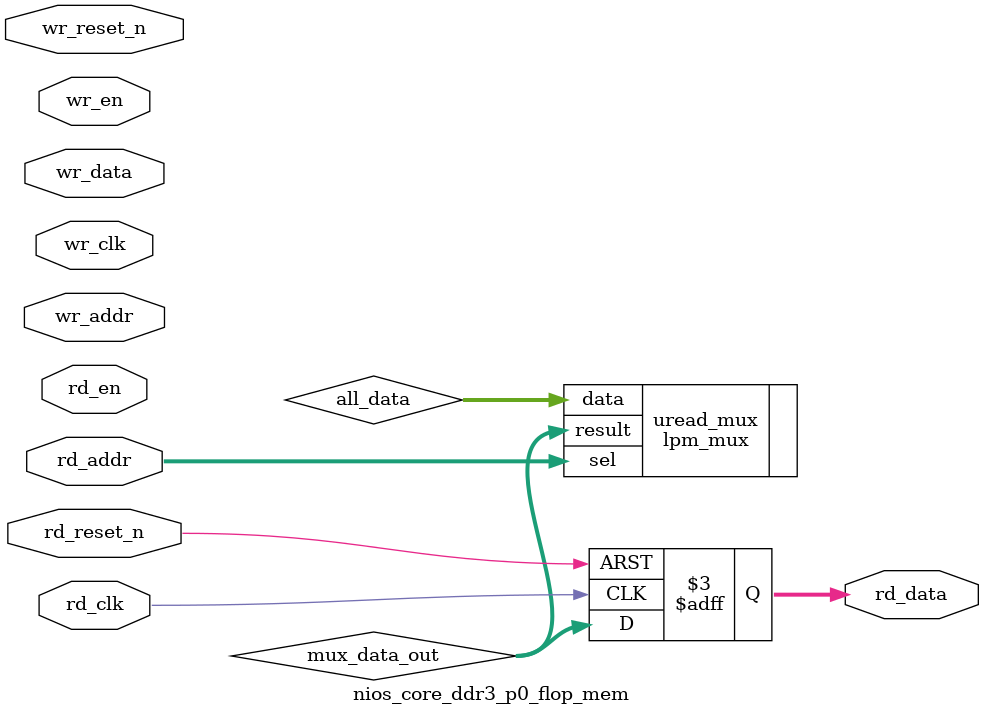
<source format=v>



`timescale 1 ps / 1 ps

(* altera_attribute = "-name ALLOW_SYNCH_CTRL_USAGE ON;-name AUTO_CLOCK_ENABLE_RECOGNITION ON" *)
module nios_core_ddr3_p0_flop_mem(
	wr_reset_n,
	wr_clk,
	wr_en,
	wr_addr,
	wr_data,
	rd_reset_n,
	rd_clk,
	rd_en,
	rd_addr,
	rd_data
);

parameter WRITE_MEM_DEPTH	= "";
parameter WRITE_ADDR_WIDTH	= "";
parameter WRITE_DATA_WIDTH	= "";
parameter READ_MEM_DEPTH	= "";
parameter READ_ADDR_WIDTH	= "";		 
parameter READ_DATA_WIDTH	= "";


input	wr_reset_n;
input	wr_clk;
input	wr_en;
input	[WRITE_ADDR_WIDTH-1:0] wr_addr;
input	[WRITE_DATA_WIDTH-1:0] wr_data;
input	rd_reset_n;
input	rd_clk;
input	rd_en;
input	[READ_ADDR_WIDTH-1:0] rd_addr;
output	[READ_DATA_WIDTH-1:0] rd_data;



wire	[WRITE_DATA_WIDTH*WRITE_MEM_DEPTH-1:0] all_data;
wire	[READ_DATA_WIDTH-1:0] mux_data_out;



// declare a memory with WRITE_MEM_DEPTH entries
// each entry contains a data size of WRITE_DATA_WIDTH
reg	[WRITE_DATA_WIDTH-1:0] data_stored [0:WRITE_MEM_DEPTH-1] /* synthesis syn_preserve = 1 */;
reg	[READ_DATA_WIDTH-1:0] rd_data;

generate
genvar entry;
	for (entry=0; entry < WRITE_MEM_DEPTH; entry=entry+1)
	begin: mem_location
		assign all_data[(WRITE_DATA_WIDTH*(entry+1)-1) : (WRITE_DATA_WIDTH*entry)] = data_stored[entry]; 
		
		always @(posedge wr_clk or negedge wr_reset_n)
		begin
			if (~wr_reset_n) begin
				data_stored[entry] <= {WRITE_DATA_WIDTH{1'b0}};
			end else begin
				if (wr_en) begin
					if (entry == wr_addr) begin
						data_stored[entry] <= wr_data;
					end
				end
			end
		end		
	end
endgenerate

// mux to select the correct output data based on read address
lpm_mux	uread_mux(
	.sel (rd_addr),
	.data (all_data),
	.result (mux_data_out)
	// synopsys translate_off
	,
	.aclr (),
	.clken (),
	.clock ()
	// synopsys translate_on
	);
 defparam uread_mux.lpm_size = READ_MEM_DEPTH;
 defparam uread_mux.lpm_type = "LPM_MUX";
 defparam uread_mux.lpm_width = READ_DATA_WIDTH;
 defparam uread_mux.lpm_widths = READ_ADDR_WIDTH;

always @(posedge rd_clk or negedge rd_reset_n)	
begin
	if (~rd_reset_n) begin
		rd_data <= {READ_DATA_WIDTH{1'b0}};
	end else begin
		rd_data <= mux_data_out;
	end
end

endmodule

</source>
